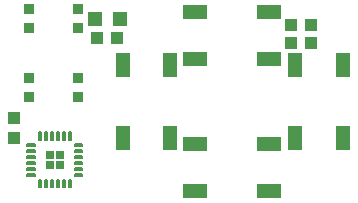
<source format=gbr>
G04 EAGLE Gerber RS-274X export*
G75*
%MOMM*%
%FSLAX34Y34*%
%LPD*%
%INSolderpaste Top*%
%IPPOS*%
%AMOC8*
5,1,8,0,0,1.08239X$1,22.5*%
G01*
%ADD10R,2.000000X1.200000*%
%ADD11R,1.200000X2.000000*%
%ADD12R,0.900000X0.900000*%
%ADD13C,0.140000*%
%ADD14R,0.650000X0.650000*%
%ADD15R,1.200000X1.200000*%
%ADD16R,1.075000X1.000000*%
%ADD17R,1.000000X1.075000*%


D10*
X429780Y150180D03*
X367780Y150180D03*
X367780Y190180D03*
X429780Y190180D03*
X367780Y78420D03*
X429780Y78420D03*
X429780Y38420D03*
X367780Y38420D03*
D11*
X452440Y83300D03*
X452440Y145300D03*
X492440Y145300D03*
X492440Y83300D03*
X346390Y145300D03*
X346390Y83300D03*
X306390Y83300D03*
X306390Y145300D03*
D12*
X227150Y176150D03*
X227150Y192150D03*
X268150Y192150D03*
X268150Y176150D03*
X268150Y133730D03*
X268150Y117730D03*
X227150Y117730D03*
X227150Y133730D03*
D13*
X235720Y48070D02*
X235720Y41470D01*
X235720Y48070D02*
X237120Y48070D01*
X237120Y41470D01*
X235720Y41470D01*
X235720Y42800D02*
X237120Y42800D01*
X237120Y44130D02*
X235720Y44130D01*
X235720Y45460D02*
X237120Y45460D01*
X237120Y46790D02*
X235720Y46790D01*
X240720Y48070D02*
X240720Y41470D01*
X240720Y48070D02*
X242120Y48070D01*
X242120Y41470D01*
X240720Y41470D01*
X240720Y42800D02*
X242120Y42800D01*
X242120Y44130D02*
X240720Y44130D01*
X240720Y45460D02*
X242120Y45460D01*
X242120Y46790D02*
X240720Y46790D01*
X245720Y48070D02*
X245720Y41470D01*
X245720Y48070D02*
X247120Y48070D01*
X247120Y41470D01*
X245720Y41470D01*
X245720Y42800D02*
X247120Y42800D01*
X247120Y44130D02*
X245720Y44130D01*
X245720Y45460D02*
X247120Y45460D01*
X247120Y46790D02*
X245720Y46790D01*
X250720Y48070D02*
X250720Y41470D01*
X250720Y48070D02*
X252120Y48070D01*
X252120Y41470D01*
X250720Y41470D01*
X250720Y42800D02*
X252120Y42800D01*
X252120Y44130D02*
X250720Y44130D01*
X250720Y45460D02*
X252120Y45460D01*
X252120Y46790D02*
X250720Y46790D01*
X255720Y48070D02*
X255720Y41470D01*
X255720Y48070D02*
X257120Y48070D01*
X257120Y41470D01*
X255720Y41470D01*
X255720Y42800D02*
X257120Y42800D01*
X257120Y44130D02*
X255720Y44130D01*
X255720Y45460D02*
X257120Y45460D01*
X257120Y46790D02*
X255720Y46790D01*
X260720Y48070D02*
X260720Y41470D01*
X260720Y48070D02*
X262120Y48070D01*
X262120Y41470D01*
X260720Y41470D01*
X260720Y42800D02*
X262120Y42800D01*
X262120Y44130D02*
X260720Y44130D01*
X260720Y45460D02*
X262120Y45460D01*
X262120Y46790D02*
X260720Y46790D01*
X265620Y52970D02*
X272220Y52970D01*
X272220Y51570D01*
X265620Y51570D01*
X265620Y52970D01*
X265620Y52900D02*
X272220Y52900D01*
X272220Y57970D02*
X265620Y57970D01*
X272220Y57970D02*
X272220Y56570D01*
X265620Y56570D01*
X265620Y57970D01*
X265620Y57900D02*
X272220Y57900D01*
X272220Y62970D02*
X265620Y62970D01*
X272220Y62970D02*
X272220Y61570D01*
X265620Y61570D01*
X265620Y62970D01*
X265620Y62900D02*
X272220Y62900D01*
X272220Y67970D02*
X265620Y67970D01*
X272220Y67970D02*
X272220Y66570D01*
X265620Y66570D01*
X265620Y67970D01*
X265620Y67900D02*
X272220Y67900D01*
X272220Y72970D02*
X265620Y72970D01*
X272220Y72970D02*
X272220Y71570D01*
X265620Y71570D01*
X265620Y72970D01*
X265620Y72900D02*
X272220Y72900D01*
X272220Y77970D02*
X265620Y77970D01*
X272220Y77970D02*
X272220Y76570D01*
X265620Y76570D01*
X265620Y77970D01*
X265620Y77900D02*
X272220Y77900D01*
X262120Y81470D02*
X262120Y88070D01*
X262120Y81470D02*
X260720Y81470D01*
X260720Y88070D01*
X262120Y88070D01*
X262120Y82800D02*
X260720Y82800D01*
X260720Y84130D02*
X262120Y84130D01*
X262120Y85460D02*
X260720Y85460D01*
X260720Y86790D02*
X262120Y86790D01*
X257120Y88070D02*
X257120Y81470D01*
X255720Y81470D01*
X255720Y88070D01*
X257120Y88070D01*
X257120Y82800D02*
X255720Y82800D01*
X255720Y84130D02*
X257120Y84130D01*
X257120Y85460D02*
X255720Y85460D01*
X255720Y86790D02*
X257120Y86790D01*
X252120Y88070D02*
X252120Y81470D01*
X250720Y81470D01*
X250720Y88070D01*
X252120Y88070D01*
X252120Y82800D02*
X250720Y82800D01*
X250720Y84130D02*
X252120Y84130D01*
X252120Y85460D02*
X250720Y85460D01*
X250720Y86790D02*
X252120Y86790D01*
X247120Y88070D02*
X247120Y81470D01*
X245720Y81470D01*
X245720Y88070D01*
X247120Y88070D01*
X247120Y82800D02*
X245720Y82800D01*
X245720Y84130D02*
X247120Y84130D01*
X247120Y85460D02*
X245720Y85460D01*
X245720Y86790D02*
X247120Y86790D01*
X242120Y88070D02*
X242120Y81470D01*
X240720Y81470D01*
X240720Y88070D01*
X242120Y88070D01*
X242120Y82800D02*
X240720Y82800D01*
X240720Y84130D02*
X242120Y84130D01*
X242120Y85460D02*
X240720Y85460D01*
X240720Y86790D02*
X242120Y86790D01*
X237120Y88070D02*
X237120Y81470D01*
X235720Y81470D01*
X235720Y88070D01*
X237120Y88070D01*
X237120Y82800D02*
X235720Y82800D01*
X235720Y84130D02*
X237120Y84130D01*
X237120Y85460D02*
X235720Y85460D01*
X235720Y86790D02*
X237120Y86790D01*
X232220Y76570D02*
X225620Y76570D01*
X225620Y77970D01*
X232220Y77970D01*
X232220Y76570D01*
X232220Y77900D02*
X225620Y77900D01*
X225620Y71570D02*
X232220Y71570D01*
X225620Y71570D02*
X225620Y72970D01*
X232220Y72970D01*
X232220Y71570D01*
X232220Y72900D02*
X225620Y72900D01*
X225620Y66570D02*
X232220Y66570D01*
X225620Y66570D02*
X225620Y67970D01*
X232220Y67970D01*
X232220Y66570D01*
X232220Y67900D02*
X225620Y67900D01*
X225620Y61570D02*
X232220Y61570D01*
X225620Y61570D02*
X225620Y62970D01*
X232220Y62970D01*
X232220Y61570D01*
X232220Y62900D02*
X225620Y62900D01*
X225620Y56570D02*
X232220Y56570D01*
X225620Y56570D02*
X225620Y57970D01*
X232220Y57970D01*
X232220Y56570D01*
X232220Y57900D02*
X225620Y57900D01*
X225620Y51570D02*
X232220Y51570D01*
X225620Y51570D02*
X225620Y52970D01*
X232220Y52970D01*
X232220Y51570D01*
X232220Y52900D02*
X225620Y52900D01*
D14*
X244670Y69020D03*
X253170Y69020D03*
X244670Y60520D03*
X253170Y60520D03*
D15*
X282870Y184150D03*
X303870Y184150D03*
D16*
X284870Y167640D03*
X301870Y167640D03*
X448700Y179070D03*
X465700Y179070D03*
X448700Y163830D03*
X465700Y163830D03*
D17*
X214630Y82940D03*
X214630Y99940D03*
M02*

</source>
